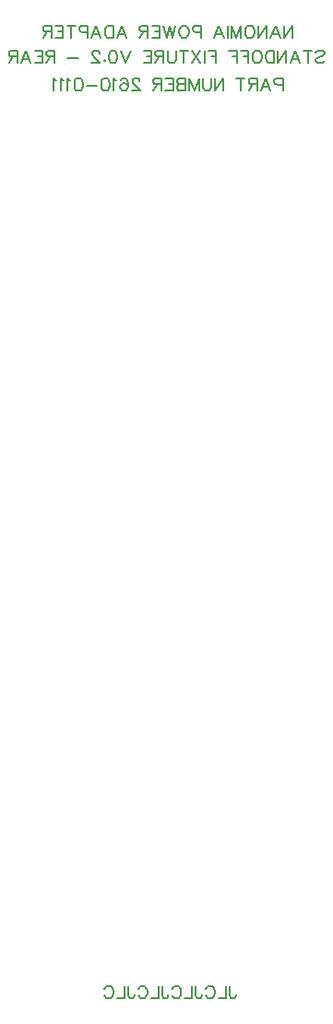
<source format=gbo>
G04 Layer: BottomSilkscreenLayer*
G04 Panelize: , Column: 8, Row: 1, Board Size: 35.56mm x 144.78mm, Panelized Board Size: 298.48mm x 144.78mm*
G04 EasyEDA v6.5.34, 2023-08-21 18:11:39*
G04 4c940eb476364c56bb82817bb8ce7c05,5a6b42c53f6a479593ecc07194224c93,10*
G04 Gerber Generator version 0.2*
G04 Scale: 100 percent, Rotated: No, Reflected: No *
G04 Dimensions in millimeters *
G04 leading zeros omitted , absolute positions ,4 integer and 5 decimal *
%FSLAX45Y45*%
%MOMM*%

%ADD10C,0.2032*%

%LPD*%
D10*
X1596390Y756157D02*
G01*
X1596390Y668781D01*
X1601977Y652526D01*
X1607311Y646937D01*
X1618234Y641604D01*
X1629156Y641604D01*
X1640077Y646937D01*
X1645665Y652526D01*
X1651000Y668781D01*
X1651000Y679704D01*
X1560575Y756157D02*
G01*
X1560575Y641604D01*
X1560575Y641604D02*
G01*
X1495043Y641604D01*
X1377188Y728726D02*
G01*
X1382522Y739647D01*
X1393443Y750570D01*
X1404365Y756157D01*
X1426209Y756157D01*
X1437131Y750570D01*
X1448054Y739647D01*
X1453641Y728726D01*
X1458975Y712470D01*
X1458975Y685292D01*
X1453641Y668781D01*
X1448054Y657860D01*
X1437131Y646937D01*
X1426209Y641604D01*
X1404365Y641604D01*
X1393443Y646937D01*
X1382522Y657860D01*
X1377188Y668781D01*
X1286763Y756157D02*
G01*
X1286763Y668781D01*
X1292097Y652526D01*
X1297431Y646937D01*
X1308354Y641604D01*
X1319275Y641604D01*
X1330197Y646937D01*
X1335786Y652526D01*
X1341120Y668781D01*
X1341120Y679704D01*
X1250695Y756157D02*
G01*
X1250695Y641604D01*
X1250695Y641604D02*
G01*
X1185163Y641604D01*
X1067308Y728726D02*
G01*
X1072895Y739647D01*
X1083818Y750570D01*
X1094740Y756157D01*
X1116329Y756157D01*
X1127252Y750570D01*
X1138174Y739647D01*
X1143761Y728726D01*
X1149095Y712470D01*
X1149095Y685292D01*
X1143761Y668781D01*
X1138174Y657860D01*
X1127252Y646937D01*
X1116329Y641604D01*
X1094740Y641604D01*
X1083818Y646937D01*
X1072895Y657860D01*
X1067308Y668781D01*
X976884Y756157D02*
G01*
X976884Y668781D01*
X982218Y652526D01*
X987806Y646937D01*
X998727Y641604D01*
X1009650Y641604D01*
X1020572Y646937D01*
X1025906Y652526D01*
X1031240Y668781D01*
X1031240Y679704D01*
X940815Y756157D02*
G01*
X940815Y641604D01*
X940815Y641604D02*
G01*
X875284Y641604D01*
X757427Y728726D02*
G01*
X763015Y739647D01*
X773938Y750570D01*
X784859Y756157D01*
X806704Y756157D01*
X817625Y750570D01*
X828547Y739647D01*
X833881Y728726D01*
X839470Y712470D01*
X839470Y685292D01*
X833881Y668781D01*
X828547Y657860D01*
X817625Y646937D01*
X806704Y641604D01*
X784859Y641604D01*
X773938Y646937D01*
X763015Y657860D01*
X757427Y668781D01*
X667004Y756157D02*
G01*
X667004Y668781D01*
X672338Y652526D01*
X677925Y646937D01*
X688847Y641604D01*
X699770Y641604D01*
X710691Y646937D01*
X716025Y652526D01*
X721613Y668781D01*
X721613Y679704D01*
X630936Y756157D02*
G01*
X630936Y641604D01*
X630936Y641604D02*
G01*
X565657Y641604D01*
X447802Y728726D02*
G01*
X453136Y739647D01*
X464057Y750570D01*
X474979Y756157D01*
X496823Y756157D01*
X507745Y750570D01*
X518668Y739647D01*
X524002Y728726D01*
X529589Y712470D01*
X529589Y685292D01*
X524002Y668781D01*
X518668Y657860D01*
X507745Y646937D01*
X496823Y641604D01*
X474979Y641604D01*
X464057Y646937D01*
X453136Y657860D01*
X447802Y668781D01*
X2171700Y9569889D02*
G01*
X2171700Y9455345D01*
X2171700Y9569889D02*
G01*
X2095337Y9455345D01*
X2095337Y9569889D02*
G01*
X2095337Y9455345D01*
X2015700Y9569889D02*
G01*
X2059335Y9455345D01*
X2015700Y9569889D02*
G01*
X1972063Y9455345D01*
X2042972Y9493526D02*
G01*
X1988428Y9493526D01*
X1936064Y9569889D02*
G01*
X1936064Y9455345D01*
X1936064Y9569889D02*
G01*
X1859701Y9455345D01*
X1859701Y9569889D02*
G01*
X1859701Y9455345D01*
X1790974Y9569889D02*
G01*
X1801883Y9564436D01*
X1812790Y9553526D01*
X1818246Y9542617D01*
X1823699Y9526254D01*
X1823699Y9498982D01*
X1818246Y9482617D01*
X1812790Y9471708D01*
X1801883Y9460798D01*
X1790974Y9455345D01*
X1769155Y9455345D01*
X1758246Y9460798D01*
X1747337Y9471708D01*
X1741883Y9482617D01*
X1736427Y9498982D01*
X1736427Y9526254D01*
X1741883Y9542617D01*
X1747337Y9553526D01*
X1758246Y9564436D01*
X1769155Y9569889D01*
X1790974Y9569889D01*
X1700428Y9569889D02*
G01*
X1700428Y9455345D01*
X1700428Y9569889D02*
G01*
X1656791Y9455345D01*
X1613156Y9569889D02*
G01*
X1656791Y9455345D01*
X1613156Y9569889D02*
G01*
X1613156Y9455345D01*
X1577154Y9569889D02*
G01*
X1577154Y9455345D01*
X1497520Y9569889D02*
G01*
X1541155Y9455345D01*
X1497520Y9569889D02*
G01*
X1453883Y9455345D01*
X1524792Y9493526D02*
G01*
X1470245Y9493526D01*
X1333883Y9569889D02*
G01*
X1333883Y9455345D01*
X1333883Y9569889D02*
G01*
X1284792Y9569889D01*
X1268430Y9564436D01*
X1262974Y9558982D01*
X1257520Y9548073D01*
X1257520Y9531708D01*
X1262974Y9520798D01*
X1268430Y9515345D01*
X1284792Y9509889D01*
X1333883Y9509889D01*
X1188793Y9569889D02*
G01*
X1199702Y9564436D01*
X1210612Y9553526D01*
X1216065Y9542617D01*
X1221519Y9526254D01*
X1221519Y9498982D01*
X1216065Y9482617D01*
X1210612Y9471708D01*
X1199702Y9460798D01*
X1188793Y9455345D01*
X1166975Y9455345D01*
X1156065Y9460798D01*
X1145156Y9471708D01*
X1139703Y9482617D01*
X1134247Y9498982D01*
X1134247Y9526254D01*
X1139703Y9542617D01*
X1145156Y9553526D01*
X1156065Y9564436D01*
X1166975Y9569889D01*
X1188793Y9569889D01*
X1098247Y9569889D02*
G01*
X1070975Y9455345D01*
X1043701Y9569889D02*
G01*
X1070975Y9455345D01*
X1043701Y9569889D02*
G01*
X1016429Y9455345D01*
X989157Y9569889D02*
G01*
X1016429Y9455345D01*
X953157Y9569889D02*
G01*
X953157Y9455345D01*
X953157Y9569889D02*
G01*
X882248Y9569889D01*
X953157Y9515345D02*
G01*
X909520Y9515345D01*
X953157Y9455345D02*
G01*
X882248Y9455345D01*
X846249Y9569889D02*
G01*
X846249Y9455345D01*
X846249Y9569889D02*
G01*
X797156Y9569889D01*
X780793Y9564436D01*
X775340Y9558982D01*
X769884Y9548073D01*
X769884Y9537164D01*
X775340Y9526254D01*
X780793Y9520798D01*
X797156Y9515345D01*
X846249Y9515345D01*
X808065Y9515345D02*
G01*
X769884Y9455345D01*
X606249Y9569889D02*
G01*
X649884Y9455345D01*
X606249Y9569889D02*
G01*
X562612Y9455345D01*
X633521Y9493526D02*
G01*
X578975Y9493526D01*
X526613Y9569889D02*
G01*
X526613Y9455345D01*
X526613Y9569889D02*
G01*
X488431Y9569889D01*
X472066Y9564436D01*
X461157Y9553526D01*
X455703Y9542617D01*
X450248Y9526254D01*
X450248Y9498982D01*
X455703Y9482617D01*
X461157Y9471708D01*
X472066Y9460798D01*
X488431Y9455345D01*
X526613Y9455345D01*
X370613Y9569889D02*
G01*
X414248Y9455345D01*
X370613Y9569889D02*
G01*
X326976Y9455345D01*
X397885Y9493526D02*
G01*
X343339Y9493526D01*
X290977Y9569889D02*
G01*
X290977Y9455345D01*
X290977Y9569889D02*
G01*
X241886Y9569889D01*
X225521Y9564436D01*
X220068Y9558982D01*
X214612Y9548073D01*
X214612Y9531708D01*
X220068Y9520798D01*
X225521Y9515345D01*
X241886Y9509889D01*
X290977Y9509889D01*
X140431Y9569889D02*
G01*
X140431Y9455345D01*
X178612Y9569889D02*
G01*
X102250Y9569889D01*
X66250Y9569889D02*
G01*
X66250Y9455345D01*
X66250Y9569889D02*
G01*
X-4658Y9569889D01*
X66250Y9515345D02*
G01*
X22613Y9515345D01*
X66250Y9455345D02*
G01*
X-4658Y9455345D01*
X-40660Y9569889D02*
G01*
X-40660Y9455345D01*
X-40660Y9569889D02*
G01*
X-89750Y9569889D01*
X-106113Y9564436D01*
X-111566Y9558982D01*
X-117022Y9548073D01*
X-117022Y9537164D01*
X-111566Y9526254D01*
X-106113Y9520798D01*
X-89750Y9515345D01*
X-40660Y9515345D01*
X-78841Y9515345D02*
G01*
X-117022Y9455345D01*
X2387437Y9324926D02*
G01*
X2398346Y9335836D01*
X2414709Y9341289D01*
X2436528Y9341289D01*
X2452890Y9335836D01*
X2463800Y9324926D01*
X2463800Y9314017D01*
X2458346Y9303108D01*
X2452890Y9297654D01*
X2441981Y9292199D01*
X2409253Y9281289D01*
X2398346Y9275836D01*
X2392890Y9270382D01*
X2387437Y9259473D01*
X2387437Y9243108D01*
X2398346Y9232199D01*
X2414709Y9226745D01*
X2436528Y9226745D01*
X2452890Y9232199D01*
X2463800Y9243108D01*
X2313254Y9341289D02*
G01*
X2313254Y9226745D01*
X2351435Y9341289D02*
G01*
X2275072Y9341289D01*
X2195436Y9341289D02*
G01*
X2239073Y9226745D01*
X2195436Y9341289D02*
G01*
X2151801Y9226745D01*
X2222710Y9264926D02*
G01*
X2168164Y9264926D01*
X2115800Y9341289D02*
G01*
X2115800Y9226745D01*
X2115800Y9341289D02*
G01*
X2039437Y9226745D01*
X2039437Y9341289D02*
G01*
X2039437Y9226745D01*
X2003437Y9341289D02*
G01*
X2003437Y9226745D01*
X2003437Y9341289D02*
G01*
X1965256Y9341289D01*
X1948891Y9335836D01*
X1937981Y9324926D01*
X1932528Y9314017D01*
X1927072Y9297654D01*
X1927072Y9270382D01*
X1932528Y9254017D01*
X1937981Y9243108D01*
X1948891Y9232199D01*
X1965256Y9226745D01*
X2003437Y9226745D01*
X1858347Y9341289D02*
G01*
X1869254Y9335836D01*
X1880163Y9324926D01*
X1885619Y9314017D01*
X1891073Y9297654D01*
X1891073Y9270382D01*
X1885619Y9254017D01*
X1880163Y9243108D01*
X1869254Y9232199D01*
X1858347Y9226745D01*
X1836529Y9226745D01*
X1825619Y9232199D01*
X1814710Y9243108D01*
X1809254Y9254017D01*
X1803801Y9270382D01*
X1803801Y9297654D01*
X1809254Y9314017D01*
X1814710Y9324926D01*
X1825619Y9335836D01*
X1836529Y9341289D01*
X1858347Y9341289D01*
X1767801Y9341289D02*
G01*
X1767801Y9226745D01*
X1767801Y9341289D02*
G01*
X1696892Y9341289D01*
X1767801Y9286745D02*
G01*
X1724164Y9286745D01*
X1660893Y9341289D02*
G01*
X1660893Y9226745D01*
X1660893Y9341289D02*
G01*
X1589984Y9341289D01*
X1660893Y9286745D02*
G01*
X1617256Y9286745D01*
X1469984Y9341289D02*
G01*
X1469984Y9226745D01*
X1469984Y9341289D02*
G01*
X1399075Y9341289D01*
X1469984Y9286745D02*
G01*
X1426347Y9286745D01*
X1363075Y9341289D02*
G01*
X1363075Y9226745D01*
X1327073Y9341289D02*
G01*
X1250711Y9226745D01*
X1250711Y9341289D02*
G01*
X1327073Y9226745D01*
X1176530Y9341289D02*
G01*
X1176530Y9226745D01*
X1214711Y9341289D02*
G01*
X1138349Y9341289D01*
X1102347Y9341289D02*
G01*
X1102347Y9259473D01*
X1096893Y9243108D01*
X1085984Y9232199D01*
X1069621Y9226745D01*
X1058712Y9226745D01*
X1042347Y9232199D01*
X1031438Y9243108D01*
X1025984Y9259473D01*
X1025984Y9341289D01*
X989985Y9341289D02*
G01*
X989985Y9226745D01*
X989985Y9341289D02*
G01*
X940894Y9341289D01*
X924529Y9335836D01*
X919076Y9330382D01*
X913620Y9319473D01*
X913620Y9308564D01*
X919076Y9297654D01*
X924529Y9292199D01*
X940894Y9286745D01*
X989985Y9286745D01*
X951804Y9286745D02*
G01*
X913620Y9226745D01*
X877620Y9341289D02*
G01*
X877620Y9226745D01*
X877620Y9341289D02*
G01*
X806711Y9341289D01*
X877620Y9286745D02*
G01*
X833986Y9286745D01*
X877620Y9226745D02*
G01*
X806711Y9226745D01*
X686711Y9341289D02*
G01*
X643077Y9226745D01*
X599439Y9341289D02*
G01*
X643077Y9226745D01*
X530712Y9341289D02*
G01*
X547075Y9335836D01*
X557984Y9319473D01*
X563440Y9292199D01*
X563440Y9275836D01*
X557984Y9248564D01*
X547075Y9232199D01*
X530712Y9226745D01*
X519803Y9226745D01*
X503440Y9232199D01*
X492531Y9248564D01*
X487075Y9275836D01*
X487075Y9292199D01*
X492531Y9319473D01*
X503440Y9335836D01*
X519803Y9341289D01*
X530712Y9341289D01*
X445622Y9254017D02*
G01*
X451076Y9248564D01*
X445622Y9243108D01*
X440166Y9248564D01*
X445622Y9254017D01*
X398713Y9314017D02*
G01*
X398713Y9319473D01*
X393258Y9330382D01*
X387804Y9335836D01*
X376895Y9341289D01*
X355076Y9341289D01*
X344167Y9335836D01*
X338714Y9330382D01*
X333258Y9319473D01*
X333258Y9308564D01*
X338714Y9297654D01*
X349623Y9281289D01*
X404167Y9226745D01*
X327804Y9226745D01*
X207805Y9275836D02*
G01*
X109623Y9275836D01*
X-10375Y9341289D02*
G01*
X-10375Y9226745D01*
X-10375Y9341289D02*
G01*
X-59466Y9341289D01*
X-75831Y9335836D01*
X-81285Y9330382D01*
X-86740Y9319473D01*
X-86740Y9308564D01*
X-81285Y9297654D01*
X-75831Y9292199D01*
X-59466Y9286745D01*
X-10375Y9286745D01*
X-48559Y9286745D02*
G01*
X-86740Y9226745D01*
X-122740Y9341289D02*
G01*
X-122740Y9226745D01*
X-122740Y9341289D02*
G01*
X-193649Y9341289D01*
X-122740Y9286745D02*
G01*
X-166377Y9286745D01*
X-122740Y9226745D02*
G01*
X-193649Y9226745D01*
X-273286Y9341289D02*
G01*
X-229649Y9226745D01*
X-273286Y9341289D02*
G01*
X-316920Y9226745D01*
X-246011Y9264926D02*
G01*
X-300558Y9264926D01*
X-352922Y9341289D02*
G01*
X-352922Y9226745D01*
X-352922Y9341289D02*
G01*
X-402013Y9341289D01*
X-418376Y9335836D01*
X-423829Y9330382D01*
X-429285Y9319473D01*
X-429285Y9308564D01*
X-423829Y9297654D01*
X-418376Y9292199D01*
X-402013Y9286745D01*
X-352922Y9286745D01*
X-391104Y9286745D02*
G01*
X-429285Y9226745D01*
X2082800Y9087289D02*
G01*
X2082800Y8972745D01*
X2082800Y9087289D02*
G01*
X2033709Y9087289D01*
X2017346Y9081836D01*
X2011890Y9076382D01*
X2006437Y9065473D01*
X2006437Y9049108D01*
X2011890Y9038198D01*
X2017346Y9032745D01*
X2033709Y9027289D01*
X2082800Y9027289D01*
X1926800Y9087289D02*
G01*
X1970435Y8972745D01*
X1926800Y9087289D02*
G01*
X1883163Y8972745D01*
X1954072Y9010926D02*
G01*
X1899528Y9010926D01*
X1847164Y9087289D02*
G01*
X1847164Y8972745D01*
X1847164Y9087289D02*
G01*
X1798073Y9087289D01*
X1781710Y9081836D01*
X1776255Y9076382D01*
X1770801Y9065473D01*
X1770801Y9054564D01*
X1776255Y9043654D01*
X1781710Y9038198D01*
X1798073Y9032745D01*
X1847164Y9032745D01*
X1808982Y9032745D02*
G01*
X1770801Y8972745D01*
X1696618Y9087289D02*
G01*
X1696618Y8972745D01*
X1734799Y9087289D02*
G01*
X1658437Y9087289D01*
X1538437Y9087289D02*
G01*
X1538437Y8972745D01*
X1538437Y9087289D02*
G01*
X1462074Y8972745D01*
X1462074Y9087289D02*
G01*
X1462074Y8972745D01*
X1426072Y9087289D02*
G01*
X1426072Y9005473D01*
X1420619Y8989108D01*
X1409710Y8978198D01*
X1393347Y8972745D01*
X1382438Y8972745D01*
X1366072Y8978198D01*
X1355166Y8989108D01*
X1349710Y9005473D01*
X1349710Y9087289D01*
X1313710Y9087289D02*
G01*
X1313710Y8972745D01*
X1313710Y9087289D02*
G01*
X1270073Y8972745D01*
X1226438Y9087289D02*
G01*
X1270073Y8972745D01*
X1226438Y9087289D02*
G01*
X1226438Y8972745D01*
X1190437Y9087289D02*
G01*
X1190437Y8972745D01*
X1190437Y9087289D02*
G01*
X1141346Y9087289D01*
X1124983Y9081836D01*
X1119530Y9076382D01*
X1114074Y9065473D01*
X1114074Y9054564D01*
X1119530Y9043654D01*
X1124983Y9038198D01*
X1141346Y9032745D01*
X1190437Y9032745D02*
G01*
X1141346Y9032745D01*
X1124983Y9027289D01*
X1119530Y9021836D01*
X1114074Y9010926D01*
X1114074Y8994564D01*
X1119530Y8983654D01*
X1124983Y8978198D01*
X1141346Y8972745D01*
X1190437Y8972745D01*
X1078075Y9087289D02*
G01*
X1078075Y8972745D01*
X1078075Y9087289D02*
G01*
X1007165Y9087289D01*
X1078075Y9032745D02*
G01*
X1034437Y9032745D01*
X1078075Y8972745D02*
G01*
X1007165Y8972745D01*
X971166Y9087289D02*
G01*
X971166Y8972745D01*
X971166Y9087289D02*
G01*
X922075Y9087289D01*
X905710Y9081836D01*
X900257Y9076382D01*
X894801Y9065473D01*
X894801Y9054564D01*
X900257Y9043654D01*
X905710Y9038198D01*
X922075Y9032745D01*
X971166Y9032745D01*
X932985Y9032745D02*
G01*
X894801Y8972745D01*
X769348Y9060017D02*
G01*
X769348Y9065473D01*
X763892Y9076382D01*
X758438Y9081836D01*
X747529Y9087289D01*
X725711Y9087289D01*
X714801Y9081836D01*
X709348Y9076382D01*
X703892Y9065473D01*
X703892Y9054564D01*
X709348Y9043654D01*
X720257Y9027289D01*
X774801Y8972745D01*
X698439Y8972745D01*
X596983Y9070926D02*
G01*
X602439Y9081836D01*
X618802Y9087289D01*
X629711Y9087289D01*
X646074Y9081836D01*
X656983Y9065473D01*
X662439Y9038198D01*
X662439Y9010926D01*
X656983Y8989108D01*
X646074Y8978198D01*
X629711Y8972745D01*
X624258Y8972745D01*
X607893Y8978198D01*
X596983Y8989108D01*
X591530Y9005473D01*
X591530Y9010926D01*
X596983Y9027289D01*
X607893Y9038198D01*
X624258Y9043654D01*
X629711Y9043654D01*
X646074Y9038198D01*
X656983Y9027289D01*
X662439Y9010926D01*
X555531Y9065473D02*
G01*
X544621Y9070926D01*
X528256Y9087289D01*
X528256Y8972745D01*
X459531Y9087289D02*
G01*
X475894Y9081836D01*
X486803Y9065473D01*
X492257Y9038198D01*
X492257Y9021836D01*
X486803Y8994564D01*
X475894Y8978198D01*
X459531Y8972745D01*
X448622Y8972745D01*
X432257Y8978198D01*
X421347Y8994564D01*
X415894Y9021836D01*
X415894Y9038198D01*
X421347Y9065473D01*
X432257Y9081836D01*
X448622Y9087289D01*
X459531Y9087289D01*
X379895Y9021836D02*
G01*
X281713Y9021836D01*
X212986Y9087289D02*
G01*
X229349Y9081836D01*
X240258Y9065473D01*
X245711Y9038198D01*
X245711Y9021836D01*
X240258Y8994564D01*
X229349Y8978198D01*
X212986Y8972745D01*
X202077Y8972745D01*
X185712Y8978198D01*
X174802Y8994564D01*
X169349Y9021836D01*
X169349Y9038198D01*
X174802Y9065473D01*
X185712Y9081836D01*
X202077Y9087289D01*
X212986Y9087289D01*
X133350Y9065473D02*
G01*
X122440Y9070926D01*
X106075Y9087289D01*
X106075Y8972745D01*
X70076Y9065473D02*
G01*
X59166Y9070926D01*
X42804Y9087289D01*
X42804Y8972745D01*
X6804Y9065473D02*
G01*
X-4104Y9070926D01*
X-20467Y9087289D01*
X-20467Y8972745D01*
M02*

</source>
